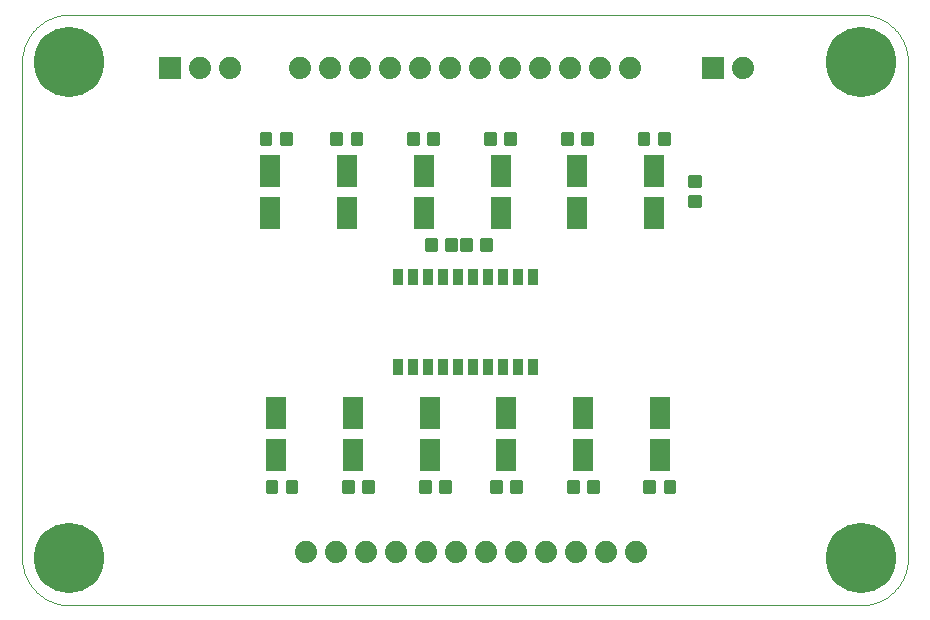
<source format=gts>
G75*
%MOIN*%
%OFA0B0*%
%FSLAX25Y25*%
%IPPOS*%
%LPD*%
%AMOC8*
5,1,8,0,0,1.08239X$1,22.5*
%
%ADD10C,0.00000*%
%ADD11R,0.06699X0.10636*%
%ADD12C,0.01388*%
%ADD13R,0.03392X0.05400*%
%ADD14R,0.07400X0.07400*%
%ADD15C,0.07400*%
%ADD16C,0.23400*%
D10*
X0024622Y0008874D02*
X0288402Y0008874D01*
X0288783Y0008879D01*
X0289163Y0008892D01*
X0289543Y0008915D01*
X0289922Y0008948D01*
X0290300Y0008989D01*
X0290677Y0009039D01*
X0291053Y0009099D01*
X0291428Y0009167D01*
X0291800Y0009245D01*
X0292171Y0009332D01*
X0292539Y0009427D01*
X0292905Y0009532D01*
X0293268Y0009645D01*
X0293629Y0009767D01*
X0293986Y0009897D01*
X0294340Y0010037D01*
X0294691Y0010184D01*
X0295038Y0010341D01*
X0295381Y0010505D01*
X0295720Y0010678D01*
X0296055Y0010859D01*
X0296386Y0011048D01*
X0296711Y0011245D01*
X0297032Y0011449D01*
X0297348Y0011662D01*
X0297658Y0011882D01*
X0297964Y0012109D01*
X0298263Y0012344D01*
X0298557Y0012586D01*
X0298845Y0012834D01*
X0299127Y0013090D01*
X0299402Y0013353D01*
X0299671Y0013622D01*
X0299934Y0013897D01*
X0300190Y0014179D01*
X0300438Y0014467D01*
X0300680Y0014761D01*
X0300915Y0015060D01*
X0301142Y0015366D01*
X0301362Y0015676D01*
X0301575Y0015992D01*
X0301779Y0016313D01*
X0301976Y0016638D01*
X0302165Y0016969D01*
X0302346Y0017304D01*
X0302519Y0017643D01*
X0302683Y0017986D01*
X0302840Y0018333D01*
X0302987Y0018684D01*
X0303127Y0019038D01*
X0303257Y0019395D01*
X0303379Y0019756D01*
X0303492Y0020119D01*
X0303597Y0020485D01*
X0303692Y0020853D01*
X0303779Y0021224D01*
X0303857Y0021596D01*
X0303925Y0021971D01*
X0303985Y0022347D01*
X0304035Y0022724D01*
X0304076Y0023102D01*
X0304109Y0023481D01*
X0304132Y0023861D01*
X0304145Y0024241D01*
X0304150Y0024622D01*
X0304150Y0189976D01*
X0304145Y0190357D01*
X0304132Y0190737D01*
X0304109Y0191117D01*
X0304076Y0191496D01*
X0304035Y0191874D01*
X0303985Y0192251D01*
X0303925Y0192627D01*
X0303857Y0193002D01*
X0303779Y0193374D01*
X0303692Y0193745D01*
X0303597Y0194113D01*
X0303492Y0194479D01*
X0303379Y0194842D01*
X0303257Y0195203D01*
X0303127Y0195560D01*
X0302987Y0195914D01*
X0302840Y0196265D01*
X0302683Y0196612D01*
X0302519Y0196955D01*
X0302346Y0197294D01*
X0302165Y0197629D01*
X0301976Y0197960D01*
X0301779Y0198285D01*
X0301575Y0198606D01*
X0301362Y0198922D01*
X0301142Y0199232D01*
X0300915Y0199538D01*
X0300680Y0199837D01*
X0300438Y0200131D01*
X0300190Y0200419D01*
X0299934Y0200701D01*
X0299671Y0200976D01*
X0299402Y0201245D01*
X0299127Y0201508D01*
X0298845Y0201764D01*
X0298557Y0202012D01*
X0298263Y0202254D01*
X0297964Y0202489D01*
X0297658Y0202716D01*
X0297348Y0202936D01*
X0297032Y0203149D01*
X0296711Y0203353D01*
X0296386Y0203550D01*
X0296055Y0203739D01*
X0295720Y0203920D01*
X0295381Y0204093D01*
X0295038Y0204257D01*
X0294691Y0204414D01*
X0294340Y0204561D01*
X0293986Y0204701D01*
X0293629Y0204831D01*
X0293268Y0204953D01*
X0292905Y0205066D01*
X0292539Y0205171D01*
X0292171Y0205266D01*
X0291800Y0205353D01*
X0291428Y0205431D01*
X0291053Y0205499D01*
X0290677Y0205559D01*
X0290300Y0205609D01*
X0289922Y0205650D01*
X0289543Y0205683D01*
X0289163Y0205706D01*
X0288783Y0205719D01*
X0288402Y0205724D01*
X0024622Y0205724D01*
X0024241Y0205719D01*
X0023861Y0205706D01*
X0023481Y0205683D01*
X0023102Y0205650D01*
X0022724Y0205609D01*
X0022347Y0205559D01*
X0021971Y0205499D01*
X0021596Y0205431D01*
X0021224Y0205353D01*
X0020853Y0205266D01*
X0020485Y0205171D01*
X0020119Y0205066D01*
X0019756Y0204953D01*
X0019395Y0204831D01*
X0019038Y0204701D01*
X0018684Y0204561D01*
X0018333Y0204414D01*
X0017986Y0204257D01*
X0017643Y0204093D01*
X0017304Y0203920D01*
X0016969Y0203739D01*
X0016638Y0203550D01*
X0016313Y0203353D01*
X0015992Y0203149D01*
X0015676Y0202936D01*
X0015366Y0202716D01*
X0015060Y0202489D01*
X0014761Y0202254D01*
X0014467Y0202012D01*
X0014179Y0201764D01*
X0013897Y0201508D01*
X0013622Y0201245D01*
X0013353Y0200976D01*
X0013090Y0200701D01*
X0012834Y0200419D01*
X0012586Y0200131D01*
X0012344Y0199837D01*
X0012109Y0199538D01*
X0011882Y0199232D01*
X0011662Y0198922D01*
X0011449Y0198606D01*
X0011245Y0198285D01*
X0011048Y0197960D01*
X0010859Y0197629D01*
X0010678Y0197294D01*
X0010505Y0196955D01*
X0010341Y0196612D01*
X0010184Y0196265D01*
X0010037Y0195914D01*
X0009897Y0195560D01*
X0009767Y0195203D01*
X0009645Y0194842D01*
X0009532Y0194479D01*
X0009427Y0194113D01*
X0009332Y0193745D01*
X0009245Y0193374D01*
X0009167Y0193002D01*
X0009099Y0192627D01*
X0009039Y0192251D01*
X0008989Y0191874D01*
X0008948Y0191496D01*
X0008915Y0191117D01*
X0008892Y0190737D01*
X0008879Y0190357D01*
X0008874Y0189976D01*
X0008874Y0024622D01*
X0008879Y0024241D01*
X0008892Y0023861D01*
X0008915Y0023481D01*
X0008948Y0023102D01*
X0008989Y0022724D01*
X0009039Y0022347D01*
X0009099Y0021971D01*
X0009167Y0021596D01*
X0009245Y0021224D01*
X0009332Y0020853D01*
X0009427Y0020485D01*
X0009532Y0020119D01*
X0009645Y0019756D01*
X0009767Y0019395D01*
X0009897Y0019038D01*
X0010037Y0018684D01*
X0010184Y0018333D01*
X0010341Y0017986D01*
X0010505Y0017643D01*
X0010678Y0017304D01*
X0010859Y0016969D01*
X0011048Y0016638D01*
X0011245Y0016313D01*
X0011449Y0015992D01*
X0011662Y0015676D01*
X0011882Y0015366D01*
X0012109Y0015060D01*
X0012344Y0014761D01*
X0012586Y0014467D01*
X0012834Y0014179D01*
X0013090Y0013897D01*
X0013353Y0013622D01*
X0013622Y0013353D01*
X0013897Y0013090D01*
X0014179Y0012834D01*
X0014467Y0012586D01*
X0014761Y0012344D01*
X0015060Y0012109D01*
X0015366Y0011882D01*
X0015676Y0011662D01*
X0015992Y0011449D01*
X0016313Y0011245D01*
X0016638Y0011048D01*
X0016969Y0010859D01*
X0017304Y0010678D01*
X0017643Y0010505D01*
X0017986Y0010341D01*
X0018333Y0010184D01*
X0018684Y0010037D01*
X0019038Y0009897D01*
X0019395Y0009767D01*
X0019756Y0009645D01*
X0020119Y0009532D01*
X0020485Y0009427D01*
X0020853Y0009332D01*
X0021224Y0009245D01*
X0021596Y0009167D01*
X0021971Y0009099D01*
X0022347Y0009039D01*
X0022724Y0008989D01*
X0023102Y0008948D01*
X0023481Y0008915D01*
X0023861Y0008892D01*
X0024241Y0008879D01*
X0024622Y0008874D01*
D11*
X0093520Y0058874D03*
X0093520Y0073047D03*
X0119110Y0073047D03*
X0119110Y0058874D03*
X0144701Y0058874D03*
X0144701Y0073047D03*
X0170291Y0073047D03*
X0170291Y0058874D03*
X0195882Y0058874D03*
X0195882Y0073047D03*
X0221472Y0073047D03*
X0221472Y0058874D03*
X0219504Y0139583D03*
X0219504Y0153756D03*
X0193913Y0153756D03*
X0193913Y0139583D03*
X0168323Y0139583D03*
X0168323Y0153756D03*
X0142732Y0153756D03*
X0142732Y0139583D03*
X0117142Y0139583D03*
X0117142Y0153756D03*
X0091551Y0153756D03*
X0091551Y0139583D03*
D12*
X0091647Y0162715D02*
X0088699Y0162715D01*
X0088699Y0166057D01*
X0091647Y0166057D01*
X0091647Y0162715D01*
X0091647Y0164034D02*
X0088699Y0164034D01*
X0088699Y0165353D02*
X0091647Y0165353D01*
X0095392Y0162715D02*
X0098340Y0162715D01*
X0095392Y0162715D02*
X0095392Y0166057D01*
X0098340Y0166057D01*
X0098340Y0162715D01*
X0098340Y0164034D02*
X0095392Y0164034D01*
X0095392Y0165353D02*
X0098340Y0165353D01*
X0112321Y0166057D02*
X0115269Y0166057D01*
X0115269Y0162715D01*
X0112321Y0162715D01*
X0112321Y0166057D01*
X0112321Y0164034D02*
X0115269Y0164034D01*
X0115269Y0165353D02*
X0112321Y0165353D01*
X0119014Y0166057D02*
X0121962Y0166057D01*
X0121962Y0162715D01*
X0119014Y0162715D01*
X0119014Y0166057D01*
X0119014Y0164034D02*
X0121962Y0164034D01*
X0121962Y0165353D02*
X0119014Y0165353D01*
X0137912Y0166057D02*
X0140860Y0166057D01*
X0140860Y0162715D01*
X0137912Y0162715D01*
X0137912Y0166057D01*
X0137912Y0164034D02*
X0140860Y0164034D01*
X0140860Y0165353D02*
X0137912Y0165353D01*
X0144605Y0166057D02*
X0147553Y0166057D01*
X0147553Y0162715D01*
X0144605Y0162715D01*
X0144605Y0166057D01*
X0144605Y0164034D02*
X0147553Y0164034D01*
X0147553Y0165353D02*
X0144605Y0165353D01*
X0163502Y0166057D02*
X0166450Y0166057D01*
X0166450Y0162715D01*
X0163502Y0162715D01*
X0163502Y0166057D01*
X0163502Y0164034D02*
X0166450Y0164034D01*
X0166450Y0165353D02*
X0163502Y0165353D01*
X0170195Y0166057D02*
X0173143Y0166057D01*
X0173143Y0162715D01*
X0170195Y0162715D01*
X0170195Y0166057D01*
X0170195Y0164034D02*
X0173143Y0164034D01*
X0173143Y0165353D02*
X0170195Y0165353D01*
X0189093Y0166057D02*
X0192041Y0166057D01*
X0192041Y0162715D01*
X0189093Y0162715D01*
X0189093Y0166057D01*
X0189093Y0164034D02*
X0192041Y0164034D01*
X0192041Y0165353D02*
X0189093Y0165353D01*
X0195786Y0166057D02*
X0198734Y0166057D01*
X0198734Y0162715D01*
X0195786Y0162715D01*
X0195786Y0166057D01*
X0195786Y0164034D02*
X0198734Y0164034D01*
X0198734Y0165353D02*
X0195786Y0165353D01*
X0214683Y0166057D02*
X0217631Y0166057D01*
X0217631Y0162715D01*
X0214683Y0162715D01*
X0214683Y0166057D01*
X0214683Y0164034D02*
X0217631Y0164034D01*
X0217631Y0165353D02*
X0214683Y0165353D01*
X0221376Y0166057D02*
X0224324Y0166057D01*
X0224324Y0162715D01*
X0221376Y0162715D01*
X0221376Y0166057D01*
X0221376Y0164034D02*
X0224324Y0164034D01*
X0224324Y0165353D02*
X0221376Y0165353D01*
X0231612Y0151490D02*
X0231612Y0148542D01*
X0231612Y0151490D02*
X0234954Y0151490D01*
X0234954Y0148542D01*
X0231612Y0148542D01*
X0231612Y0149861D02*
X0234954Y0149861D01*
X0234954Y0151180D02*
X0231612Y0151180D01*
X0231612Y0144797D02*
X0231612Y0141849D01*
X0231612Y0144797D02*
X0234954Y0144797D01*
X0234954Y0141849D01*
X0231612Y0141849D01*
X0231612Y0143168D02*
X0234954Y0143168D01*
X0234954Y0144487D02*
X0231612Y0144487D01*
X0165269Y0127282D02*
X0162321Y0127282D01*
X0162321Y0130624D01*
X0165269Y0130624D01*
X0165269Y0127282D01*
X0165269Y0128601D02*
X0162321Y0128601D01*
X0162321Y0129920D02*
X0165269Y0129920D01*
X0158576Y0127282D02*
X0155628Y0127282D01*
X0155628Y0130624D01*
X0158576Y0130624D01*
X0158576Y0127282D01*
X0158576Y0128601D02*
X0155628Y0128601D01*
X0155628Y0129920D02*
X0158576Y0129920D01*
X0153458Y0127282D02*
X0150510Y0127282D01*
X0150510Y0130624D01*
X0153458Y0130624D01*
X0153458Y0127282D01*
X0153458Y0128601D02*
X0150510Y0128601D01*
X0150510Y0129920D02*
X0153458Y0129920D01*
X0146765Y0127282D02*
X0143817Y0127282D01*
X0143817Y0130624D01*
X0146765Y0130624D01*
X0146765Y0127282D01*
X0146765Y0128601D02*
X0143817Y0128601D01*
X0143817Y0129920D02*
X0146765Y0129920D01*
X0148542Y0049915D02*
X0151490Y0049915D01*
X0151490Y0046573D01*
X0148542Y0046573D01*
X0148542Y0049915D01*
X0148542Y0047892D02*
X0151490Y0047892D01*
X0151490Y0049211D02*
X0148542Y0049211D01*
X0144797Y0049915D02*
X0141849Y0049915D01*
X0144797Y0049915D02*
X0144797Y0046573D01*
X0141849Y0046573D01*
X0141849Y0049915D01*
X0141849Y0047892D02*
X0144797Y0047892D01*
X0144797Y0049211D02*
X0141849Y0049211D01*
X0125899Y0049915D02*
X0122951Y0049915D01*
X0125899Y0049915D02*
X0125899Y0046573D01*
X0122951Y0046573D01*
X0122951Y0049915D01*
X0122951Y0047892D02*
X0125899Y0047892D01*
X0125899Y0049211D02*
X0122951Y0049211D01*
X0119206Y0049915D02*
X0116258Y0049915D01*
X0119206Y0049915D02*
X0119206Y0046573D01*
X0116258Y0046573D01*
X0116258Y0049915D01*
X0116258Y0047892D02*
X0119206Y0047892D01*
X0119206Y0049211D02*
X0116258Y0049211D01*
X0100309Y0049915D02*
X0097361Y0049915D01*
X0100309Y0049915D02*
X0100309Y0046573D01*
X0097361Y0046573D01*
X0097361Y0049915D01*
X0097361Y0047892D02*
X0100309Y0047892D01*
X0100309Y0049211D02*
X0097361Y0049211D01*
X0093616Y0049915D02*
X0090668Y0049915D01*
X0093616Y0049915D02*
X0093616Y0046573D01*
X0090668Y0046573D01*
X0090668Y0049915D01*
X0090668Y0047892D02*
X0093616Y0047892D01*
X0093616Y0049211D02*
X0090668Y0049211D01*
X0165471Y0049915D02*
X0168419Y0049915D01*
X0168419Y0046573D01*
X0165471Y0046573D01*
X0165471Y0049915D01*
X0165471Y0047892D02*
X0168419Y0047892D01*
X0168419Y0049211D02*
X0165471Y0049211D01*
X0172164Y0049915D02*
X0175112Y0049915D01*
X0175112Y0046573D01*
X0172164Y0046573D01*
X0172164Y0049915D01*
X0172164Y0047892D02*
X0175112Y0047892D01*
X0175112Y0049211D02*
X0172164Y0049211D01*
X0191061Y0049915D02*
X0194009Y0049915D01*
X0194009Y0046573D01*
X0191061Y0046573D01*
X0191061Y0049915D01*
X0191061Y0047892D02*
X0194009Y0047892D01*
X0194009Y0049211D02*
X0191061Y0049211D01*
X0197754Y0049915D02*
X0200702Y0049915D01*
X0200702Y0046573D01*
X0197754Y0046573D01*
X0197754Y0049915D01*
X0197754Y0047892D02*
X0200702Y0047892D01*
X0200702Y0049211D02*
X0197754Y0049211D01*
X0216652Y0049915D02*
X0219600Y0049915D01*
X0219600Y0046573D01*
X0216652Y0046573D01*
X0216652Y0049915D01*
X0216652Y0047892D02*
X0219600Y0047892D01*
X0219600Y0049211D02*
X0216652Y0049211D01*
X0223345Y0049915D02*
X0226293Y0049915D01*
X0226293Y0046573D01*
X0223345Y0046573D01*
X0223345Y0049915D01*
X0223345Y0047892D02*
X0226293Y0047892D01*
X0226293Y0049211D02*
X0223345Y0049211D01*
D13*
X0179012Y0088402D03*
X0174012Y0088402D03*
X0169012Y0088402D03*
X0164012Y0088402D03*
X0159012Y0088402D03*
X0154012Y0088402D03*
X0149012Y0088402D03*
X0144012Y0088402D03*
X0139012Y0088402D03*
X0134012Y0088402D03*
X0134012Y0118323D03*
X0139012Y0118323D03*
X0144012Y0118323D03*
X0149012Y0118323D03*
X0154012Y0118323D03*
X0159012Y0118323D03*
X0164012Y0118323D03*
X0169012Y0118323D03*
X0174012Y0118323D03*
X0179012Y0118323D03*
D14*
X0239189Y0188008D03*
X0058087Y0188008D03*
D15*
X0068087Y0188008D03*
X0078087Y0188008D03*
X0101394Y0188008D03*
X0111394Y0188008D03*
X0121394Y0188008D03*
X0131394Y0188008D03*
X0141394Y0188008D03*
X0151394Y0188008D03*
X0161394Y0188008D03*
X0171394Y0188008D03*
X0181394Y0188008D03*
X0191394Y0188008D03*
X0201394Y0188008D03*
X0211394Y0188008D03*
X0249189Y0188008D03*
X0213362Y0026591D03*
X0203362Y0026591D03*
X0193362Y0026591D03*
X0183362Y0026591D03*
X0173362Y0026591D03*
X0163362Y0026591D03*
X0153362Y0026591D03*
X0143362Y0026591D03*
X0133362Y0026591D03*
X0123362Y0026591D03*
X0113362Y0026591D03*
X0103362Y0026591D03*
D16*
X0024622Y0024622D03*
X0024622Y0189976D03*
X0288402Y0189976D03*
X0288402Y0024622D03*
M02*

</source>
